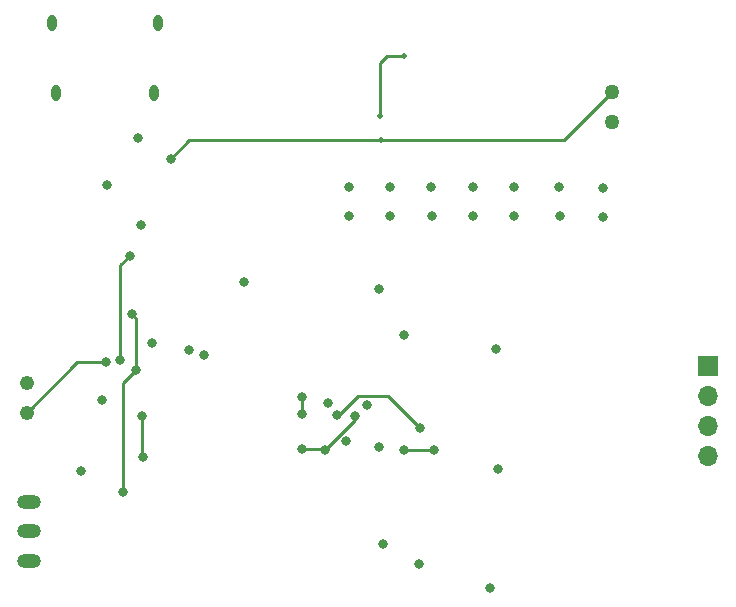
<source format=gbl>
G04 #@! TF.GenerationSoftware,KiCad,Pcbnew,(6.0.1-0)*
G04 #@! TF.CreationDate,2022-05-03T07:14:09+06:00*
G04 #@! TF.ProjectId,Sound Sensor,536f756e-6420-4536-956e-736f722e6b69,rev?*
G04 #@! TF.SameCoordinates,Original*
G04 #@! TF.FileFunction,Copper,L4,Bot*
G04 #@! TF.FilePolarity,Positive*
%FSLAX46Y46*%
G04 Gerber Fmt 4.6, Leading zero omitted, Abs format (unit mm)*
G04 Created by KiCad (PCBNEW (6.0.1-0)) date 2022-05-03 07:14:09*
%MOMM*%
%LPD*%
G01*
G04 APERTURE LIST*
G04 #@! TA.AperFunction,ComponentPad*
%ADD10O,2.000000X1.200000*%
G04 #@! TD*
G04 #@! TA.AperFunction,ComponentPad*
%ADD11O,0.800000X1.400000*%
G04 #@! TD*
G04 #@! TA.AperFunction,ComponentPad*
%ADD12R,1.700000X1.700000*%
G04 #@! TD*
G04 #@! TA.AperFunction,ComponentPad*
%ADD13O,1.700000X1.700000*%
G04 #@! TD*
G04 #@! TA.AperFunction,ComponentPad*
%ADD14C,1.270000*%
G04 #@! TD*
G04 #@! TA.AperFunction,ComponentPad*
%ADD15C,1.228000*%
G04 #@! TD*
G04 #@! TA.AperFunction,ViaPad*
%ADD16C,0.800000*%
G04 #@! TD*
G04 #@! TA.AperFunction,ViaPad*
%ADD17C,0.500000*%
G04 #@! TD*
G04 #@! TA.AperFunction,Conductor*
%ADD18C,0.250000*%
G04 #@! TD*
G04 APERTURE END LIST*
D10*
X168620000Y-144330000D03*
X168620000Y-141830000D03*
X168620000Y-139330000D03*
D11*
X170540000Y-98760000D03*
X179520000Y-98760000D03*
X179160000Y-104710000D03*
X170900000Y-104710000D03*
D12*
X226100000Y-127780000D03*
D13*
X226100000Y-130320000D03*
X226100000Y-132860000D03*
X226100000Y-135400000D03*
D14*
X217990000Y-104640500D03*
X217990000Y-107140500D03*
D15*
X168390000Y-131775000D03*
X168390000Y-129275000D03*
D16*
X195670000Y-112700000D03*
X199165000Y-112700000D03*
X202660000Y-112700000D03*
X206155000Y-112700000D03*
X209670000Y-112700000D03*
X213480000Y-112700000D03*
X217200000Y-112720000D03*
X217200000Y-115170000D03*
X213570000Y-115150000D03*
X209670000Y-115150000D03*
X206170000Y-115150000D03*
X202670000Y-115150000D03*
X199170000Y-115150000D03*
X195670000Y-115150000D03*
X182130000Y-126430000D03*
X186765000Y-120735000D03*
X200300000Y-125200000D03*
X193880000Y-130920000D03*
X198200000Y-134700000D03*
X173005000Y-136695000D03*
X201600000Y-144600000D03*
X175200000Y-112500000D03*
X207600000Y-146600000D03*
X198200000Y-121300000D03*
X197200000Y-131100000D03*
X179010000Y-125890000D03*
X183400000Y-126900000D03*
X177780000Y-108480000D03*
X174800000Y-130700000D03*
X208300000Y-136500000D03*
X195400000Y-134200000D03*
X198600000Y-142900000D03*
X208100000Y-126400000D03*
X178110000Y-115910000D03*
X175130000Y-127470000D03*
X178140000Y-132050000D03*
X178260000Y-135550000D03*
X177690000Y-128140000D03*
X176540000Y-138480000D03*
X177310000Y-123450000D03*
D17*
X198400000Y-108710000D03*
D16*
X180580000Y-110270000D03*
X177110000Y-118500000D03*
X176310000Y-127340000D03*
X200370000Y-134960000D03*
X202880000Y-134960000D03*
X191693459Y-131873459D03*
X191693459Y-130415500D03*
X196169001Y-132093798D03*
X191710000Y-134870000D03*
X193651577Y-134916342D03*
X194710000Y-131980000D03*
X201670000Y-133100000D03*
D17*
X200380000Y-101600000D03*
X198330000Y-106650000D03*
D18*
X172695000Y-127470000D02*
X175130000Y-127470000D01*
X168390000Y-131775000D02*
X172695000Y-127470000D01*
X178140000Y-132050000D02*
X178140000Y-135470000D01*
X178140000Y-135470000D02*
X178240000Y-135570000D01*
X178240000Y-135570000D02*
X178260000Y-135550000D01*
X177310000Y-123450000D02*
X177690000Y-123830000D01*
X177690000Y-123830000D02*
X177690000Y-128140000D01*
X176540000Y-129290000D02*
X177690000Y-128140000D01*
X176540000Y-138480000D02*
X176540000Y-129290000D01*
X182140000Y-108710000D02*
X180580000Y-110270000D01*
X198400000Y-108710000D02*
X213920500Y-108710000D01*
X213920500Y-108710000D02*
X217990000Y-104640500D01*
X198400000Y-108710000D02*
X182140000Y-108710000D01*
X177110000Y-118500000D02*
X176310000Y-119300000D01*
X176310000Y-119300000D02*
X176310000Y-127340000D01*
X200370000Y-134960000D02*
X202880000Y-134960000D01*
X191693459Y-131873459D02*
X191693459Y-130415500D01*
X191720000Y-131900000D02*
X191693459Y-131873459D01*
X191710000Y-134870000D02*
X193697919Y-134870000D01*
X196169001Y-132398918D02*
X196169001Y-132093798D01*
X193697919Y-134870000D02*
X196169001Y-132398918D01*
X196885400Y-130390000D02*
X196899901Y-130375499D01*
X194710000Y-131980000D02*
X194870000Y-131980000D01*
X196460000Y-130390000D02*
X196885400Y-130390000D01*
X194870000Y-131980000D02*
X196460000Y-130390000D01*
X198945499Y-130375499D02*
X201670000Y-133100000D01*
X196899901Y-130375499D02*
X198945499Y-130375499D01*
X198330000Y-102200000D02*
X198930000Y-101600000D01*
X198930000Y-101600000D02*
X200380000Y-101600000D01*
X198330000Y-106650000D02*
X198330000Y-102200000D01*
M02*

</source>
